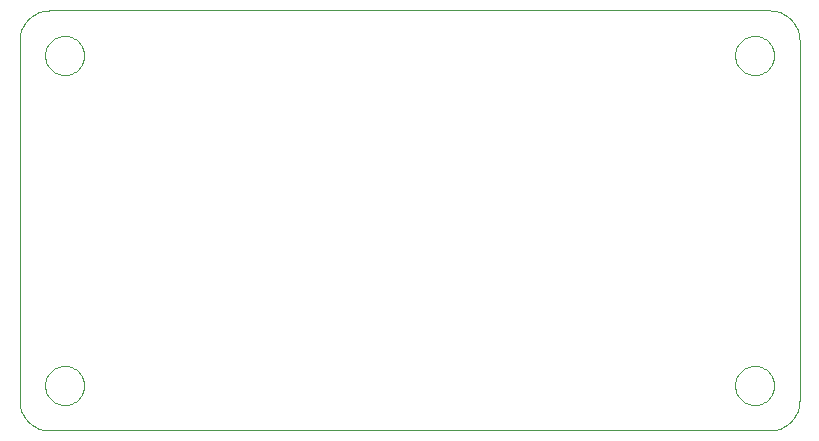
<source format=gko>
G75*
%MOIN*%
%OFA0B0*%
%FSLAX24Y24*%
%IPPOS*%
%LPD*%
%AMOC8*
5,1,8,0,0,1.08239X$1,22.5*
%
%ADD10C,0.0000*%
D10*
X001140Y003015D02*
X025140Y003015D01*
X025200Y003017D01*
X025261Y003022D01*
X025320Y003031D01*
X025379Y003044D01*
X025438Y003060D01*
X025495Y003080D01*
X025550Y003103D01*
X025605Y003130D01*
X025657Y003159D01*
X025708Y003192D01*
X025757Y003228D01*
X025803Y003266D01*
X025847Y003308D01*
X025889Y003352D01*
X025927Y003398D01*
X025963Y003447D01*
X025996Y003498D01*
X026025Y003550D01*
X026052Y003605D01*
X026075Y003660D01*
X026095Y003717D01*
X026111Y003776D01*
X026124Y003835D01*
X026133Y003894D01*
X026138Y003955D01*
X026140Y004015D01*
X026140Y016015D01*
X026138Y016075D01*
X026133Y016136D01*
X026124Y016195D01*
X026111Y016254D01*
X026095Y016313D01*
X026075Y016370D01*
X026052Y016425D01*
X026025Y016480D01*
X025996Y016532D01*
X025963Y016583D01*
X025927Y016632D01*
X025889Y016678D01*
X025847Y016722D01*
X025803Y016764D01*
X025757Y016802D01*
X025708Y016838D01*
X025657Y016871D01*
X025605Y016900D01*
X025550Y016927D01*
X025495Y016950D01*
X025438Y016970D01*
X025379Y016986D01*
X025320Y016999D01*
X025261Y017008D01*
X025200Y017013D01*
X025140Y017015D01*
X001140Y017015D01*
X001080Y017013D01*
X001019Y017008D01*
X000960Y016999D01*
X000901Y016986D01*
X000842Y016970D01*
X000785Y016950D01*
X000730Y016927D01*
X000675Y016900D01*
X000623Y016871D01*
X000572Y016838D01*
X000523Y016802D01*
X000477Y016764D01*
X000433Y016722D01*
X000391Y016678D01*
X000353Y016632D01*
X000317Y016583D01*
X000284Y016532D01*
X000255Y016480D01*
X000228Y016425D01*
X000205Y016370D01*
X000185Y016313D01*
X000169Y016254D01*
X000156Y016195D01*
X000147Y016136D01*
X000142Y016075D01*
X000140Y016015D01*
X000140Y004015D01*
X000142Y003955D01*
X000147Y003894D01*
X000156Y003835D01*
X000169Y003776D01*
X000185Y003717D01*
X000205Y003660D01*
X000228Y003605D01*
X000255Y003550D01*
X000284Y003498D01*
X000317Y003447D01*
X000353Y003398D01*
X000391Y003352D01*
X000433Y003308D01*
X000477Y003266D01*
X000523Y003228D01*
X000572Y003192D01*
X000623Y003159D01*
X000675Y003130D01*
X000730Y003103D01*
X000785Y003080D01*
X000842Y003060D01*
X000901Y003044D01*
X000960Y003031D01*
X001019Y003022D01*
X001080Y003017D01*
X001140Y003015D01*
X000990Y004515D02*
X000992Y004565D01*
X000998Y004615D01*
X001008Y004665D01*
X001021Y004713D01*
X001038Y004761D01*
X001059Y004807D01*
X001083Y004851D01*
X001111Y004893D01*
X001142Y004933D01*
X001176Y004970D01*
X001213Y005005D01*
X001252Y005036D01*
X001293Y005065D01*
X001337Y005090D01*
X001383Y005112D01*
X001430Y005130D01*
X001478Y005144D01*
X001527Y005155D01*
X001577Y005162D01*
X001627Y005165D01*
X001678Y005164D01*
X001728Y005159D01*
X001778Y005150D01*
X001826Y005138D01*
X001874Y005121D01*
X001920Y005101D01*
X001965Y005078D01*
X002008Y005051D01*
X002048Y005021D01*
X002086Y004988D01*
X002121Y004952D01*
X002154Y004913D01*
X002183Y004872D01*
X002209Y004829D01*
X002232Y004784D01*
X002251Y004737D01*
X002266Y004689D01*
X002278Y004640D01*
X002286Y004590D01*
X002290Y004540D01*
X002290Y004490D01*
X002286Y004440D01*
X002278Y004390D01*
X002266Y004341D01*
X002251Y004293D01*
X002232Y004246D01*
X002209Y004201D01*
X002183Y004158D01*
X002154Y004117D01*
X002121Y004078D01*
X002086Y004042D01*
X002048Y004009D01*
X002008Y003979D01*
X001965Y003952D01*
X001920Y003929D01*
X001874Y003909D01*
X001826Y003892D01*
X001778Y003880D01*
X001728Y003871D01*
X001678Y003866D01*
X001627Y003865D01*
X001577Y003868D01*
X001527Y003875D01*
X001478Y003886D01*
X001430Y003900D01*
X001383Y003918D01*
X001337Y003940D01*
X001293Y003965D01*
X001252Y003994D01*
X001213Y004025D01*
X001176Y004060D01*
X001142Y004097D01*
X001111Y004137D01*
X001083Y004179D01*
X001059Y004223D01*
X001038Y004269D01*
X001021Y004317D01*
X001008Y004365D01*
X000998Y004415D01*
X000992Y004465D01*
X000990Y004515D01*
X023990Y004515D02*
X023992Y004565D01*
X023998Y004615D01*
X024008Y004665D01*
X024021Y004713D01*
X024038Y004761D01*
X024059Y004807D01*
X024083Y004851D01*
X024111Y004893D01*
X024142Y004933D01*
X024176Y004970D01*
X024213Y005005D01*
X024252Y005036D01*
X024293Y005065D01*
X024337Y005090D01*
X024383Y005112D01*
X024430Y005130D01*
X024478Y005144D01*
X024527Y005155D01*
X024577Y005162D01*
X024627Y005165D01*
X024678Y005164D01*
X024728Y005159D01*
X024778Y005150D01*
X024826Y005138D01*
X024874Y005121D01*
X024920Y005101D01*
X024965Y005078D01*
X025008Y005051D01*
X025048Y005021D01*
X025086Y004988D01*
X025121Y004952D01*
X025154Y004913D01*
X025183Y004872D01*
X025209Y004829D01*
X025232Y004784D01*
X025251Y004737D01*
X025266Y004689D01*
X025278Y004640D01*
X025286Y004590D01*
X025290Y004540D01*
X025290Y004490D01*
X025286Y004440D01*
X025278Y004390D01*
X025266Y004341D01*
X025251Y004293D01*
X025232Y004246D01*
X025209Y004201D01*
X025183Y004158D01*
X025154Y004117D01*
X025121Y004078D01*
X025086Y004042D01*
X025048Y004009D01*
X025008Y003979D01*
X024965Y003952D01*
X024920Y003929D01*
X024874Y003909D01*
X024826Y003892D01*
X024778Y003880D01*
X024728Y003871D01*
X024678Y003866D01*
X024627Y003865D01*
X024577Y003868D01*
X024527Y003875D01*
X024478Y003886D01*
X024430Y003900D01*
X024383Y003918D01*
X024337Y003940D01*
X024293Y003965D01*
X024252Y003994D01*
X024213Y004025D01*
X024176Y004060D01*
X024142Y004097D01*
X024111Y004137D01*
X024083Y004179D01*
X024059Y004223D01*
X024038Y004269D01*
X024021Y004317D01*
X024008Y004365D01*
X023998Y004415D01*
X023992Y004465D01*
X023990Y004515D01*
X023990Y015515D02*
X023992Y015565D01*
X023998Y015615D01*
X024008Y015665D01*
X024021Y015713D01*
X024038Y015761D01*
X024059Y015807D01*
X024083Y015851D01*
X024111Y015893D01*
X024142Y015933D01*
X024176Y015970D01*
X024213Y016005D01*
X024252Y016036D01*
X024293Y016065D01*
X024337Y016090D01*
X024383Y016112D01*
X024430Y016130D01*
X024478Y016144D01*
X024527Y016155D01*
X024577Y016162D01*
X024627Y016165D01*
X024678Y016164D01*
X024728Y016159D01*
X024778Y016150D01*
X024826Y016138D01*
X024874Y016121D01*
X024920Y016101D01*
X024965Y016078D01*
X025008Y016051D01*
X025048Y016021D01*
X025086Y015988D01*
X025121Y015952D01*
X025154Y015913D01*
X025183Y015872D01*
X025209Y015829D01*
X025232Y015784D01*
X025251Y015737D01*
X025266Y015689D01*
X025278Y015640D01*
X025286Y015590D01*
X025290Y015540D01*
X025290Y015490D01*
X025286Y015440D01*
X025278Y015390D01*
X025266Y015341D01*
X025251Y015293D01*
X025232Y015246D01*
X025209Y015201D01*
X025183Y015158D01*
X025154Y015117D01*
X025121Y015078D01*
X025086Y015042D01*
X025048Y015009D01*
X025008Y014979D01*
X024965Y014952D01*
X024920Y014929D01*
X024874Y014909D01*
X024826Y014892D01*
X024778Y014880D01*
X024728Y014871D01*
X024678Y014866D01*
X024627Y014865D01*
X024577Y014868D01*
X024527Y014875D01*
X024478Y014886D01*
X024430Y014900D01*
X024383Y014918D01*
X024337Y014940D01*
X024293Y014965D01*
X024252Y014994D01*
X024213Y015025D01*
X024176Y015060D01*
X024142Y015097D01*
X024111Y015137D01*
X024083Y015179D01*
X024059Y015223D01*
X024038Y015269D01*
X024021Y015317D01*
X024008Y015365D01*
X023998Y015415D01*
X023992Y015465D01*
X023990Y015515D01*
X000990Y015515D02*
X000992Y015565D01*
X000998Y015615D01*
X001008Y015665D01*
X001021Y015713D01*
X001038Y015761D01*
X001059Y015807D01*
X001083Y015851D01*
X001111Y015893D01*
X001142Y015933D01*
X001176Y015970D01*
X001213Y016005D01*
X001252Y016036D01*
X001293Y016065D01*
X001337Y016090D01*
X001383Y016112D01*
X001430Y016130D01*
X001478Y016144D01*
X001527Y016155D01*
X001577Y016162D01*
X001627Y016165D01*
X001678Y016164D01*
X001728Y016159D01*
X001778Y016150D01*
X001826Y016138D01*
X001874Y016121D01*
X001920Y016101D01*
X001965Y016078D01*
X002008Y016051D01*
X002048Y016021D01*
X002086Y015988D01*
X002121Y015952D01*
X002154Y015913D01*
X002183Y015872D01*
X002209Y015829D01*
X002232Y015784D01*
X002251Y015737D01*
X002266Y015689D01*
X002278Y015640D01*
X002286Y015590D01*
X002290Y015540D01*
X002290Y015490D01*
X002286Y015440D01*
X002278Y015390D01*
X002266Y015341D01*
X002251Y015293D01*
X002232Y015246D01*
X002209Y015201D01*
X002183Y015158D01*
X002154Y015117D01*
X002121Y015078D01*
X002086Y015042D01*
X002048Y015009D01*
X002008Y014979D01*
X001965Y014952D01*
X001920Y014929D01*
X001874Y014909D01*
X001826Y014892D01*
X001778Y014880D01*
X001728Y014871D01*
X001678Y014866D01*
X001627Y014865D01*
X001577Y014868D01*
X001527Y014875D01*
X001478Y014886D01*
X001430Y014900D01*
X001383Y014918D01*
X001337Y014940D01*
X001293Y014965D01*
X001252Y014994D01*
X001213Y015025D01*
X001176Y015060D01*
X001142Y015097D01*
X001111Y015137D01*
X001083Y015179D01*
X001059Y015223D01*
X001038Y015269D01*
X001021Y015317D01*
X001008Y015365D01*
X000998Y015415D01*
X000992Y015465D01*
X000990Y015515D01*
M02*

</source>
